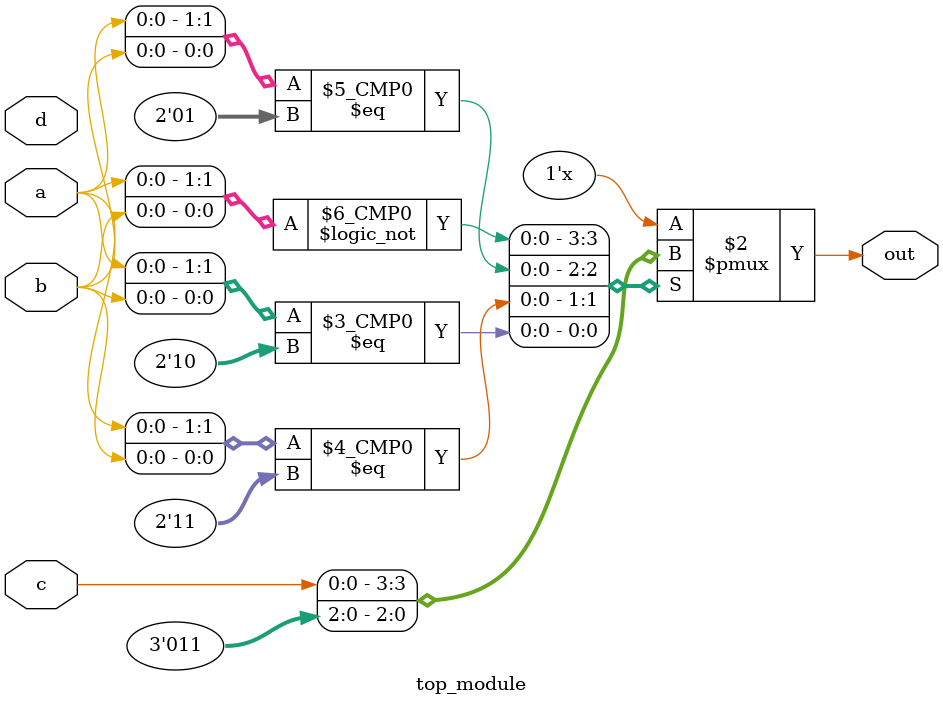
<source format=sv>
module top_module (
    input a, 
    input b,
    input c,
    input d,
    output reg out
);

always @(*) begin
    case ({a, b})
        2'b00: out = c;
        2'b01: out = 0;
        2'b11: out = 1;
        2'b10: out = 1;
        default: out = 1; // Handling the don't-care condition
    endcase
end

endmodule

</source>
